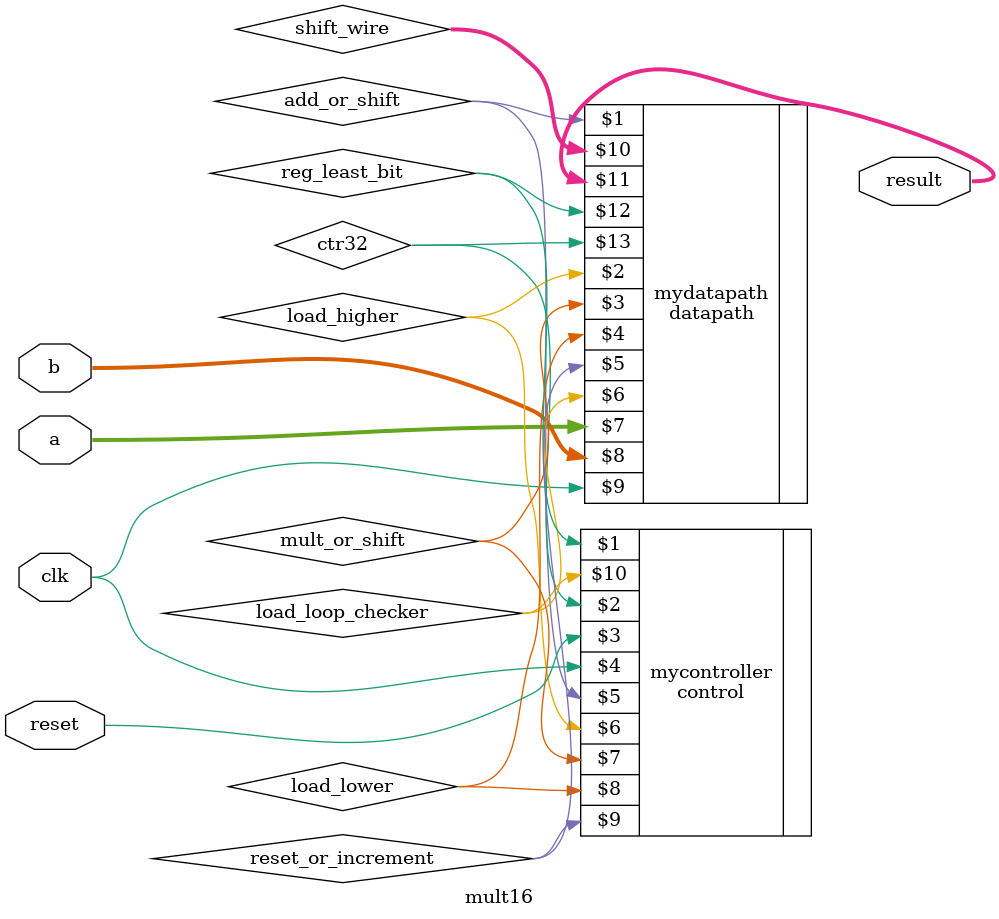
<source format=v>
module mult16 (input [15:0] a, input [15:0] b, input reset, input clk, output [15:0] result);
	// Wires
	wire add_or_shift;
	wire load_higher;
	wire mult_or_shift;
	wire load_lower; 
	wire reset_or_increment;
	wire load_loop_checker;
	wire reg_least_bit;
	wire ctr32;
	wire [31:0] shift_wire;

	control mycontroller (reg_least_bit, ctr32, reset, clk, add_or_shift, load_higher, mult_or_shift,
								load_lower, reset_or_increment, load_loop_checker);
	datapath mydatapath (add_or_shift, load_higher, mult_or_shift, load_lower, reset_or_increment, load_loop_checker,
								a, b, clk, shift_wire, result, reg_least_bit, ctr32);

endmodule

</source>
